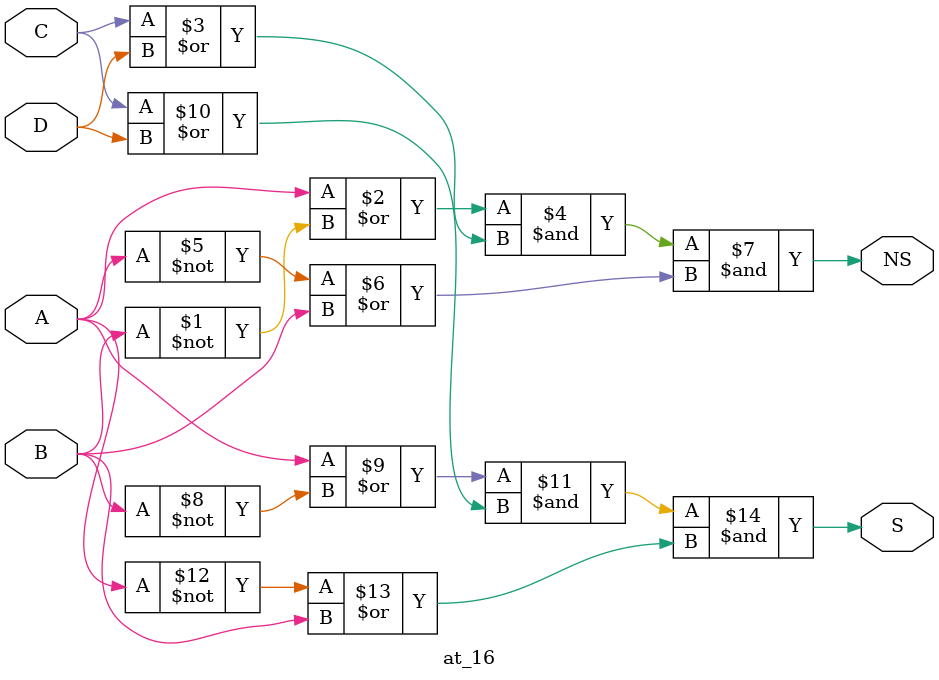
<source format=v>
module at_16(
    input A, B, C, D,
    output NS, S
);

assign NS = (A | ~B) & (C | D) & (~A | B);
assign S = (A | ~B) & (C | D) & (~A | B);
    
endmodule
</source>
